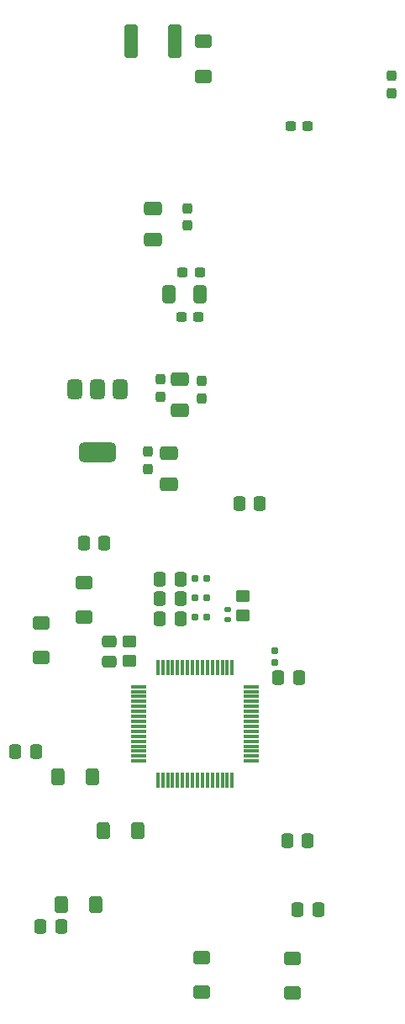
<source format=gbr>
%TF.GenerationSoftware,KiCad,Pcbnew,9.0.2-9.0.2-0~ubuntu24.04.1*%
%TF.CreationDate,2025-05-30T10:58:53-03:00*%
%TF.ProjectId,MSG25,4d534732-352e-46b6-9963-61645f706362,rev?*%
%TF.SameCoordinates,Original*%
%TF.FileFunction,Paste,Top*%
%TF.FilePolarity,Positive*%
%FSLAX46Y46*%
G04 Gerber Fmt 4.6, Leading zero omitted, Abs format (unit mm)*
G04 Created by KiCad (PCBNEW 9.0.2-9.0.2-0~ubuntu24.04.1) date 2025-05-30 10:58:53*
%MOMM*%
%LPD*%
G01*
G04 APERTURE LIST*
G04 Aperture macros list*
%AMRoundRect*
0 Rectangle with rounded corners*
0 $1 Rounding radius*
0 $2 $3 $4 $5 $6 $7 $8 $9 X,Y pos of 4 corners*
0 Add a 4 corners polygon primitive as box body*
4,1,4,$2,$3,$4,$5,$6,$7,$8,$9,$2,$3,0*
0 Add four circle primitives for the rounded corners*
1,1,$1+$1,$2,$3*
1,1,$1+$1,$4,$5*
1,1,$1+$1,$6,$7*
1,1,$1+$1,$8,$9*
0 Add four rect primitives between the rounded corners*
20,1,$1+$1,$2,$3,$4,$5,0*
20,1,$1+$1,$4,$5,$6,$7,0*
20,1,$1+$1,$6,$7,$8,$9,0*
20,1,$1+$1,$8,$9,$2,$3,0*%
G04 Aperture macros list end*
%ADD10RoundRect,0.250000X0.600000X-0.400000X0.600000X0.400000X-0.600000X0.400000X-0.600000X-0.400000X0*%
%ADD11RoundRect,0.250000X0.337500X0.475000X-0.337500X0.475000X-0.337500X-0.475000X0.337500X-0.475000X0*%
%ADD12RoundRect,0.250000X-0.337500X-0.475000X0.337500X-0.475000X0.337500X0.475000X-0.337500X0.475000X0*%
%ADD13RoundRect,0.155000X-0.212500X-0.155000X0.212500X-0.155000X0.212500X0.155000X-0.212500X0.155000X0*%
%ADD14RoundRect,0.250000X-0.412500X-0.650000X0.412500X-0.650000X0.412500X0.650000X-0.412500X0.650000X0*%
%ADD15RoundRect,0.250000X0.650000X-0.412500X0.650000X0.412500X-0.650000X0.412500X-0.650000X-0.412500X0*%
%ADD16RoundRect,0.237500X-0.300000X-0.237500X0.300000X-0.237500X0.300000X0.237500X-0.300000X0.237500X0*%
%ADD17RoundRect,0.155000X-0.155000X0.212500X-0.155000X-0.212500X0.155000X-0.212500X0.155000X0.212500X0*%
%ADD18RoundRect,0.250000X0.450000X-0.350000X0.450000X0.350000X-0.450000X0.350000X-0.450000X-0.350000X0*%
%ADD19RoundRect,0.237500X0.237500X-0.300000X0.237500X0.300000X-0.237500X0.300000X-0.237500X-0.300000X0*%
%ADD20RoundRect,0.237500X0.300000X0.237500X-0.300000X0.237500X-0.300000X-0.237500X0.300000X-0.237500X0*%
%ADD21RoundRect,0.237500X-0.237500X0.300000X-0.237500X-0.300000X0.237500X-0.300000X0.237500X0.300000X0*%
%ADD22RoundRect,0.375000X-0.375000X0.625000X-0.375000X-0.625000X0.375000X-0.625000X0.375000X0.625000X0*%
%ADD23RoundRect,0.500000X-1.400000X0.500000X-1.400000X-0.500000X1.400000X-0.500000X1.400000X0.500000X0*%
%ADD24RoundRect,0.250000X0.400000X0.600000X-0.400000X0.600000X-0.400000X-0.600000X0.400000X-0.600000X0*%
%ADD25RoundRect,0.250000X-0.600000X0.400000X-0.600000X-0.400000X0.600000X-0.400000X0.600000X0.400000X0*%
%ADD26RoundRect,0.250000X-0.475000X0.337500X-0.475000X-0.337500X0.475000X-0.337500X0.475000X0.337500X0*%
%ADD27RoundRect,0.135000X-0.185000X0.135000X-0.185000X-0.135000X0.185000X-0.135000X0.185000X0.135000X0*%
%ADD28RoundRect,0.075000X-0.700000X-0.075000X0.700000X-0.075000X0.700000X0.075000X-0.700000X0.075000X0*%
%ADD29RoundRect,0.075000X-0.075000X-0.700000X0.075000X-0.700000X0.075000X0.700000X-0.075000X0.700000X0*%
%ADD30RoundRect,0.250000X-0.400000X-1.450000X0.400000X-1.450000X0.400000X1.450000X-0.400000X1.450000X0*%
G04 APERTURE END LIST*
D10*
%TO.C,D3*%
X125610000Y-112175000D03*
X125610000Y-108675000D03*
%TD*%
D11*
%TO.C,C212*%
X139647500Y-108275000D03*
X137572500Y-108275000D03*
%TD*%
D12*
%TO.C,C207*%
X137572500Y-106275000D03*
X139647500Y-106275000D03*
%TD*%
D13*
%TO.C,C209*%
X141137500Y-106175000D03*
X142272500Y-106175000D03*
%TD*%
D14*
%TO.C,C122*%
X138497500Y-75575000D03*
X141622500Y-75575000D03*
%TD*%
D15*
%TO.C,C127*%
X139560000Y-87287500D03*
X139560000Y-84162500D03*
%TD*%
D16*
%TO.C,C121*%
X139735000Y-77875000D03*
X141460000Y-77875000D03*
%TD*%
D17*
%TO.C,C211*%
X149160000Y-111507500D03*
X149160000Y-112642500D03*
%TD*%
D16*
%TO.C,C124*%
X139847500Y-73425000D03*
X141572500Y-73425000D03*
%TD*%
D11*
%TO.C,C23*%
X153547500Y-137525000D03*
X151472500Y-137525000D03*
%TD*%
D18*
%TO.C,R202*%
X145910000Y-107975000D03*
X145910000Y-105975000D03*
%TD*%
D11*
%TO.C,C22*%
X127617500Y-139275000D03*
X125542500Y-139275000D03*
%TD*%
D19*
%TO.C,C119*%
X140310000Y-68687500D03*
X140310000Y-66962500D03*
%TD*%
D12*
%TO.C,C20*%
X145582500Y-96645000D03*
X147657500Y-96645000D03*
%TD*%
D11*
%TO.C,C21*%
X131997500Y-100625000D03*
X129922500Y-100625000D03*
%TD*%
D20*
%TO.C,C131*%
X152452500Y-58665000D03*
X150727500Y-58665000D03*
%TD*%
D13*
%TO.C,C210*%
X141137500Y-108145000D03*
X142272500Y-108145000D03*
%TD*%
D21*
%TO.C,C132*%
X160880000Y-53592500D03*
X160880000Y-55317500D03*
%TD*%
D22*
%TO.C,U106*%
X133560000Y-85175000D03*
X131260000Y-85175000D03*
D23*
X131260000Y-91475000D03*
D22*
X128960000Y-85175000D03*
%TD*%
D24*
%TO.C,D8*%
X131110000Y-137075000D03*
X127610000Y-137075000D03*
%TD*%
D10*
%TO.C,D4*%
X129960000Y-108125000D03*
X129960000Y-104625000D03*
%TD*%
D19*
%TO.C,C126*%
X137610000Y-85887500D03*
X137610000Y-84162500D03*
%TD*%
D12*
%TO.C,C25*%
X150382500Y-130625000D03*
X152457500Y-130625000D03*
%TD*%
D24*
%TO.C,D5*%
X130810000Y-124225000D03*
X127310000Y-124225000D03*
%TD*%
D15*
%TO.C,C117*%
X136860000Y-70087500D03*
X136860000Y-66962500D03*
%TD*%
D10*
%TO.C,D108*%
X141910000Y-53625000D03*
X141910000Y-50125000D03*
%TD*%
D25*
%TO.C,D7*%
X141810000Y-142375000D03*
X141810000Y-145875000D03*
%TD*%
D26*
%TO.C,C205*%
X132510000Y-110537500D03*
X132510000Y-112612500D03*
%TD*%
D18*
%TO.C,R203*%
X134460000Y-112525000D03*
X134460000Y-110525000D03*
%TD*%
D27*
%TO.C,R201*%
X144410000Y-107315000D03*
X144410000Y-108335000D03*
%TD*%
D28*
%TO.C,U202*%
X135435000Y-115100000D03*
X135435000Y-115600000D03*
X135435000Y-116100000D03*
X135435000Y-116600000D03*
X135435000Y-117100000D03*
X135435000Y-117600000D03*
X135435000Y-118100000D03*
X135435000Y-118600000D03*
X135435000Y-119100000D03*
X135435000Y-119600000D03*
X135435000Y-120100000D03*
X135435000Y-120600000D03*
X135435000Y-121100000D03*
X135435000Y-121600000D03*
X135435000Y-122100000D03*
X135435000Y-122600000D03*
D29*
X137360000Y-124525000D03*
X137860000Y-124525000D03*
X138360000Y-124525000D03*
X138860000Y-124525000D03*
X139360000Y-124525000D03*
X139860000Y-124525000D03*
X140360000Y-124525000D03*
X140860000Y-124525000D03*
X141360000Y-124525000D03*
X141860000Y-124525000D03*
X142360000Y-124525000D03*
X142860000Y-124525000D03*
X143360000Y-124525000D03*
X143860000Y-124525000D03*
X144360000Y-124525000D03*
X144860000Y-124525000D03*
D28*
X146785000Y-122600000D03*
X146785000Y-122100000D03*
X146785000Y-121600000D03*
X146785000Y-121100000D03*
X146785000Y-120600000D03*
X146785000Y-120100000D03*
X146785000Y-119600000D03*
X146785000Y-119100000D03*
X146785000Y-118600000D03*
X146785000Y-118100000D03*
X146785000Y-117600000D03*
X146785000Y-117100000D03*
X146785000Y-116600000D03*
X146785000Y-116100000D03*
X146785000Y-115600000D03*
X146785000Y-115100000D03*
D29*
X144860000Y-113175000D03*
X144360000Y-113175000D03*
X143860000Y-113175000D03*
X143360000Y-113175000D03*
X142860000Y-113175000D03*
X142360000Y-113175000D03*
X141860000Y-113175000D03*
X141360000Y-113175000D03*
X140860000Y-113175000D03*
X140360000Y-113175000D03*
X139860000Y-113175000D03*
X139360000Y-113175000D03*
X138860000Y-113175000D03*
X138360000Y-113175000D03*
X137860000Y-113175000D03*
X137360000Y-113175000D03*
%TD*%
D15*
%TO.C,C130*%
X138460000Y-94737500D03*
X138460000Y-91612500D03*
%TD*%
D12*
%TO.C,C24*%
X123022500Y-121625000D03*
X125097500Y-121625000D03*
%TD*%
%TO.C,C206*%
X137572500Y-104275000D03*
X139647500Y-104275000D03*
%TD*%
D11*
%TO.C,C213*%
X151597500Y-114175000D03*
X149522500Y-114175000D03*
%TD*%
D19*
%TO.C,C128*%
X141760000Y-86050000D03*
X141760000Y-84325000D03*
%TD*%
D24*
%TO.C,D6*%
X135360000Y-129625000D03*
X131860000Y-129625000D03*
%TD*%
D13*
%TO.C,C208*%
X141137500Y-104205000D03*
X142272500Y-104205000D03*
%TD*%
D25*
%TO.C,D9*%
X150910000Y-142475000D03*
X150910000Y-145975000D03*
%TD*%
D30*
%TO.C,F101*%
X134635000Y-50075000D03*
X139085000Y-50075000D03*
%TD*%
D19*
%TO.C,C129*%
X136360000Y-93187500D03*
X136360000Y-91462500D03*
%TD*%
M02*

</source>
